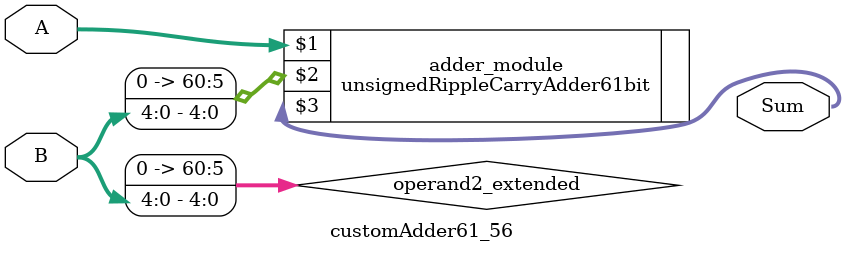
<source format=v>
module customAdder61_56(
                        input [60 : 0] A,
                        input [4 : 0] B,
                        
                        output [61 : 0] Sum
                );

        wire [60 : 0] operand2_extended;
        
        assign operand2_extended =  {56'b0, B};
        
        unsignedRippleCarryAdder61bit adder_module(
            A,
            operand2_extended,
            Sum
        );
        
        endmodule
        
</source>
